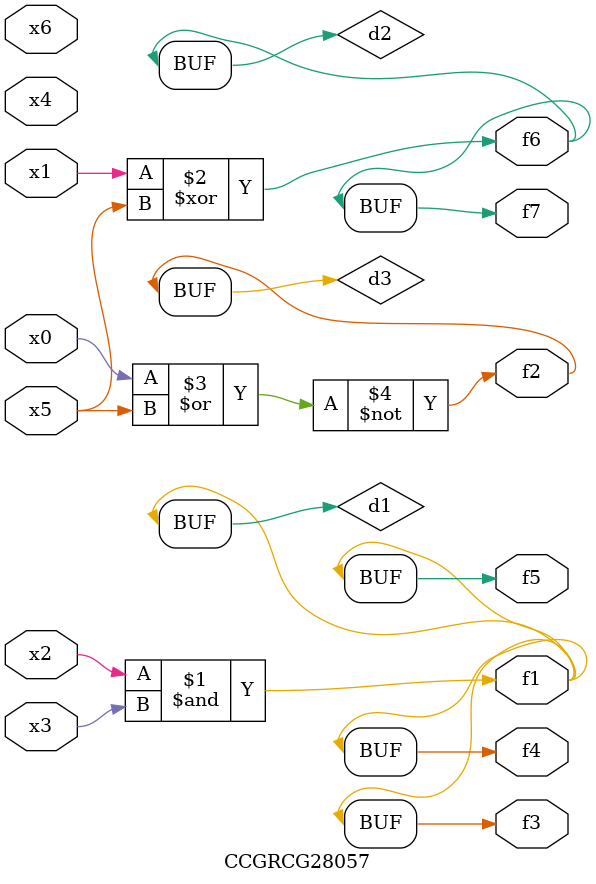
<source format=v>
module CCGRCG28057(
	input x0, x1, x2, x3, x4, x5, x6,
	output f1, f2, f3, f4, f5, f6, f7
);

	wire d1, d2, d3;

	and (d1, x2, x3);
	xor (d2, x1, x5);
	nor (d3, x0, x5);
	assign f1 = d1;
	assign f2 = d3;
	assign f3 = d1;
	assign f4 = d1;
	assign f5 = d1;
	assign f6 = d2;
	assign f7 = d2;
endmodule

</source>
